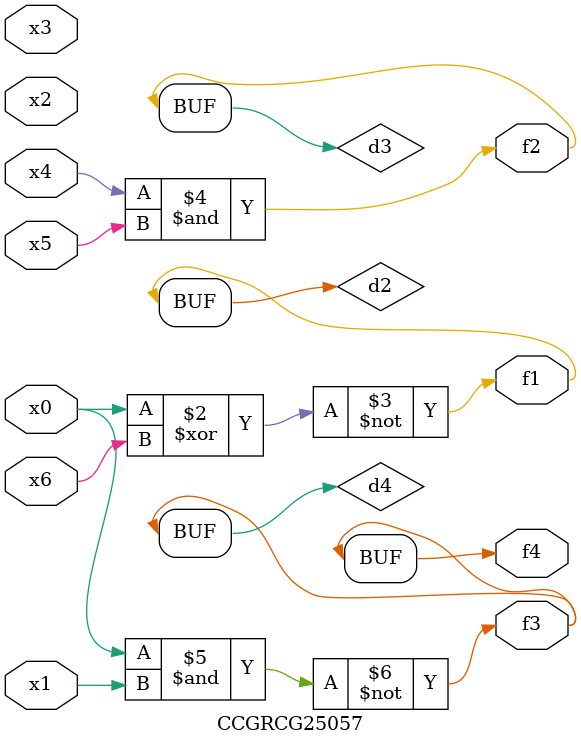
<source format=v>
module CCGRCG25057(
	input x0, x1, x2, x3, x4, x5, x6,
	output f1, f2, f3, f4
);

	wire d1, d2, d3, d4;

	nor (d1, x0);
	xnor (d2, x0, x6);
	and (d3, x4, x5);
	nand (d4, x0, x1);
	assign f1 = d2;
	assign f2 = d3;
	assign f3 = d4;
	assign f4 = d4;
endmodule

</source>
